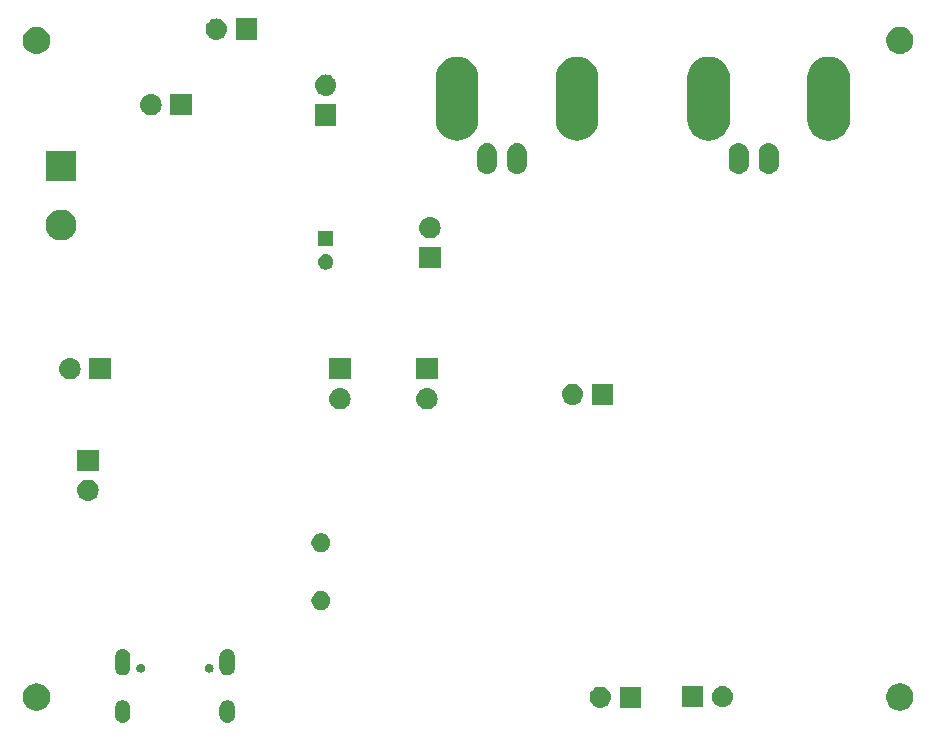
<source format=gbr>
G04 #@! TF.GenerationSoftware,KiCad,Pcbnew,(5.1.2)-1*
G04 #@! TF.CreationDate,2022-09-28T11:17:11-03:00*
G04 #@! TF.ProjectId,esp32,65737033-322e-46b6-9963-61645f706362,rev?*
G04 #@! TF.SameCoordinates,Original*
G04 #@! TF.FileFunction,Soldermask,Bot*
G04 #@! TF.FilePolarity,Negative*
%FSLAX46Y46*%
G04 Gerber Fmt 4.6, Leading zero omitted, Abs format (unit mm)*
G04 Created by KiCad (PCBNEW (5.1.2)-1) date 2022-09-28 11:17:11*
%MOMM*%
%LPD*%
G04 APERTURE LIST*
%ADD10C,0.100000*%
G04 APERTURE END LIST*
D10*
G36*
X98831617Y-139582720D02*
G01*
X98922403Y-139610260D01*
X98954335Y-139619946D01*
X99067424Y-139680394D01*
X99166554Y-139761747D01*
X99247906Y-139860875D01*
X99308354Y-139973964D01*
X99318040Y-140005896D01*
X99345580Y-140096682D01*
X99355000Y-140192327D01*
X99355000Y-140859673D01*
X99345580Y-140955318D01*
X99319604Y-141040949D01*
X99308354Y-141078036D01*
X99247906Y-141191125D01*
X99166554Y-141290254D01*
X99067425Y-141371606D01*
X98954336Y-141432054D01*
X98922404Y-141441740D01*
X98831618Y-141469280D01*
X98704000Y-141481849D01*
X98576383Y-141469280D01*
X98485597Y-141441740D01*
X98453665Y-141432054D01*
X98340576Y-141371606D01*
X98241447Y-141290254D01*
X98160096Y-141191127D01*
X98099645Y-141078033D01*
X98087237Y-141037127D01*
X98062420Y-140955318D01*
X98053000Y-140859673D01*
X98053000Y-140192328D01*
X98062420Y-140096683D01*
X98099645Y-139973969D01*
X98099646Y-139973965D01*
X98160094Y-139860876D01*
X98241447Y-139761746D01*
X98340575Y-139680394D01*
X98453664Y-139619946D01*
X98485596Y-139610260D01*
X98576382Y-139582720D01*
X98704000Y-139570151D01*
X98831617Y-139582720D01*
X98831617Y-139582720D01*
G37*
G36*
X107671617Y-139582720D02*
G01*
X107762403Y-139610260D01*
X107794335Y-139619946D01*
X107907424Y-139680394D01*
X108006554Y-139761747D01*
X108087906Y-139860875D01*
X108148354Y-139973964D01*
X108158040Y-140005896D01*
X108185580Y-140096682D01*
X108195000Y-140192327D01*
X108195000Y-140859673D01*
X108185580Y-140955318D01*
X108159604Y-141040949D01*
X108148354Y-141078036D01*
X108087906Y-141191125D01*
X108006554Y-141290254D01*
X107907425Y-141371606D01*
X107794336Y-141432054D01*
X107762404Y-141441740D01*
X107671618Y-141469280D01*
X107544000Y-141481849D01*
X107416383Y-141469280D01*
X107325597Y-141441740D01*
X107293665Y-141432054D01*
X107180576Y-141371606D01*
X107081447Y-141290254D01*
X107000096Y-141191127D01*
X106939645Y-141078033D01*
X106927237Y-141037127D01*
X106902420Y-140955318D01*
X106893000Y-140859673D01*
X106893000Y-140192328D01*
X106902420Y-140096683D01*
X106939645Y-139973969D01*
X106939646Y-139973965D01*
X107000094Y-139860876D01*
X107081447Y-139761746D01*
X107180575Y-139680394D01*
X107293664Y-139619946D01*
X107325596Y-139610260D01*
X107416382Y-139582720D01*
X107544000Y-139570151D01*
X107671617Y-139582720D01*
X107671617Y-139582720D01*
G37*
G36*
X91624549Y-138171116D02*
G01*
X91735734Y-138193232D01*
X91945203Y-138279997D01*
X92133720Y-138405960D01*
X92294040Y-138566280D01*
X92420003Y-138754797D01*
X92506768Y-138964266D01*
X92551000Y-139186636D01*
X92551000Y-139413364D01*
X92506768Y-139635734D01*
X92420003Y-139845203D01*
X92294040Y-140033720D01*
X92133720Y-140194040D01*
X91945203Y-140320003D01*
X91735734Y-140406768D01*
X91624549Y-140428884D01*
X91513365Y-140451000D01*
X91286635Y-140451000D01*
X91175451Y-140428884D01*
X91064266Y-140406768D01*
X90854797Y-140320003D01*
X90666280Y-140194040D01*
X90505960Y-140033720D01*
X90379997Y-139845203D01*
X90293232Y-139635734D01*
X90249000Y-139413364D01*
X90249000Y-139186636D01*
X90293232Y-138964266D01*
X90379997Y-138754797D01*
X90505960Y-138566280D01*
X90666280Y-138405960D01*
X90854797Y-138279997D01*
X91064266Y-138193232D01*
X91175451Y-138171116D01*
X91286635Y-138149000D01*
X91513365Y-138149000D01*
X91624549Y-138171116D01*
X91624549Y-138171116D01*
G37*
G36*
X164724549Y-138171116D02*
G01*
X164835734Y-138193232D01*
X165045203Y-138279997D01*
X165233720Y-138405960D01*
X165394040Y-138566280D01*
X165520003Y-138754797D01*
X165606768Y-138964266D01*
X165651000Y-139186636D01*
X165651000Y-139413364D01*
X165606768Y-139635734D01*
X165520003Y-139845203D01*
X165394040Y-140033720D01*
X165233720Y-140194040D01*
X165045203Y-140320003D01*
X164835734Y-140406768D01*
X164724549Y-140428884D01*
X164613365Y-140451000D01*
X164386635Y-140451000D01*
X164275451Y-140428884D01*
X164164266Y-140406768D01*
X163954797Y-140320003D01*
X163766280Y-140194040D01*
X163605960Y-140033720D01*
X163479997Y-139845203D01*
X163393232Y-139635734D01*
X163349000Y-139413364D01*
X163349000Y-139186636D01*
X163393232Y-138964266D01*
X163479997Y-138754797D01*
X163605960Y-138566280D01*
X163766280Y-138405960D01*
X163954797Y-138279997D01*
X164164266Y-138193232D01*
X164275451Y-138171116D01*
X164386635Y-138149000D01*
X164613365Y-138149000D01*
X164724549Y-138171116D01*
X164724549Y-138171116D01*
G37*
G36*
X142569500Y-140220000D02*
G01*
X140767500Y-140220000D01*
X140767500Y-138418000D01*
X142569500Y-138418000D01*
X142569500Y-140220000D01*
X142569500Y-140220000D01*
G37*
G36*
X139238942Y-138424518D02*
G01*
X139305127Y-138431037D01*
X139474966Y-138482557D01*
X139631491Y-138566222D01*
X139667229Y-138595552D01*
X139768686Y-138678814D01*
X139831044Y-138754799D01*
X139881278Y-138816009D01*
X139964943Y-138972534D01*
X140016463Y-139142373D01*
X140033859Y-139319000D01*
X140016463Y-139495627D01*
X139964943Y-139665466D01*
X139881278Y-139821991D01*
X139862230Y-139845201D01*
X139768686Y-139959186D01*
X139667229Y-140042448D01*
X139631491Y-140071778D01*
X139474966Y-140155443D01*
X139305127Y-140206963D01*
X139238942Y-140213482D01*
X139172760Y-140220000D01*
X139084240Y-140220000D01*
X139018058Y-140213482D01*
X138951873Y-140206963D01*
X138782034Y-140155443D01*
X138625509Y-140071778D01*
X138589771Y-140042448D01*
X138488314Y-139959186D01*
X138394770Y-139845201D01*
X138375722Y-139821991D01*
X138292057Y-139665466D01*
X138240537Y-139495627D01*
X138223141Y-139319000D01*
X138240537Y-139142373D01*
X138292057Y-138972534D01*
X138375722Y-138816009D01*
X138425956Y-138754799D01*
X138488314Y-138678814D01*
X138589771Y-138595552D01*
X138625509Y-138566222D01*
X138782034Y-138482557D01*
X138951873Y-138431037D01*
X139018058Y-138424518D01*
X139084240Y-138418000D01*
X139172760Y-138418000D01*
X139238942Y-138424518D01*
X139238942Y-138424518D01*
G37*
G36*
X147840000Y-140156500D02*
G01*
X146038000Y-140156500D01*
X146038000Y-138354500D01*
X147840000Y-138354500D01*
X147840000Y-140156500D01*
X147840000Y-140156500D01*
G37*
G36*
X149589443Y-138361019D02*
G01*
X149655627Y-138367537D01*
X149825466Y-138419057D01*
X149981991Y-138502722D01*
X150017729Y-138532052D01*
X150119186Y-138615314D01*
X150202448Y-138716771D01*
X150231778Y-138752509D01*
X150315443Y-138909034D01*
X150366963Y-139078873D01*
X150384359Y-139255500D01*
X150366963Y-139432127D01*
X150325094Y-139570151D01*
X150315442Y-139601968D01*
X150281501Y-139665466D01*
X150231778Y-139758491D01*
X150211227Y-139783532D01*
X150119186Y-139895686D01*
X150023801Y-139973965D01*
X149981991Y-140008278D01*
X149981989Y-140008279D01*
X149879001Y-140063328D01*
X149825466Y-140091943D01*
X149655627Y-140143463D01*
X149589443Y-140149981D01*
X149523260Y-140156500D01*
X149434740Y-140156500D01*
X149368557Y-140149981D01*
X149302373Y-140143463D01*
X149132534Y-140091943D01*
X149079000Y-140063328D01*
X148976011Y-140008279D01*
X148976009Y-140008278D01*
X148934199Y-139973965D01*
X148838814Y-139895686D01*
X148746773Y-139783532D01*
X148726222Y-139758491D01*
X148676499Y-139665466D01*
X148642558Y-139601968D01*
X148632906Y-139570151D01*
X148591037Y-139432127D01*
X148573641Y-139255500D01*
X148591037Y-139078873D01*
X148642557Y-138909034D01*
X148726222Y-138752509D01*
X148755552Y-138716771D01*
X148838814Y-138615314D01*
X148940271Y-138532052D01*
X148976009Y-138502722D01*
X149132534Y-138419057D01*
X149302373Y-138367537D01*
X149368557Y-138361019D01*
X149434740Y-138354500D01*
X149523260Y-138354500D01*
X149589443Y-138361019D01*
X149589443Y-138361019D01*
G37*
G36*
X107671617Y-135250320D02*
G01*
X107762403Y-135277860D01*
X107794335Y-135287546D01*
X107907424Y-135347994D01*
X108006554Y-135429347D01*
X108087906Y-135528475D01*
X108148354Y-135641564D01*
X108158040Y-135673496D01*
X108185580Y-135764282D01*
X108195000Y-135859927D01*
X108195000Y-136832073D01*
X108185580Y-136927718D01*
X108160332Y-137010949D01*
X108148354Y-137050436D01*
X108087906Y-137163525D01*
X108006554Y-137262654D01*
X107907425Y-137344006D01*
X107794336Y-137404454D01*
X107762404Y-137414140D01*
X107671618Y-137441680D01*
X107544000Y-137454249D01*
X107416383Y-137441680D01*
X107325597Y-137414140D01*
X107293665Y-137404454D01*
X107180576Y-137344006D01*
X107081447Y-137262654D01*
X107000095Y-137163525D01*
X106939647Y-137050436D01*
X106927669Y-137010949D01*
X106902421Y-136927718D01*
X106893000Y-136832073D01*
X106893000Y-135859928D01*
X106902420Y-135764283D01*
X106939645Y-135641569D01*
X106939646Y-135641565D01*
X107000094Y-135528476D01*
X107081447Y-135429346D01*
X107180575Y-135347994D01*
X107293664Y-135287546D01*
X107325596Y-135277860D01*
X107416382Y-135250320D01*
X107544000Y-135237751D01*
X107671617Y-135250320D01*
X107671617Y-135250320D01*
G37*
G36*
X98831617Y-135250320D02*
G01*
X98922403Y-135277860D01*
X98954335Y-135287546D01*
X99067424Y-135347994D01*
X99166554Y-135429347D01*
X99247906Y-135528475D01*
X99308354Y-135641564D01*
X99318040Y-135673496D01*
X99345580Y-135764282D01*
X99355000Y-135859927D01*
X99355000Y-136832073D01*
X99345580Y-136927718D01*
X99320332Y-137010949D01*
X99308354Y-137050436D01*
X99247906Y-137163525D01*
X99166554Y-137262654D01*
X99067425Y-137344006D01*
X98954336Y-137404454D01*
X98922404Y-137414140D01*
X98831618Y-137441680D01*
X98704000Y-137454249D01*
X98576383Y-137441680D01*
X98485597Y-137414140D01*
X98453665Y-137404454D01*
X98340576Y-137344006D01*
X98241447Y-137262654D01*
X98160095Y-137163525D01*
X98099647Y-137050436D01*
X98087669Y-137010949D01*
X98062421Y-136927718D01*
X98053000Y-136832073D01*
X98053000Y-135859928D01*
X98062420Y-135764283D01*
X98099645Y-135641569D01*
X98099646Y-135641565D01*
X98160094Y-135528476D01*
X98241447Y-135429346D01*
X98340575Y-135347994D01*
X98453664Y-135287546D01*
X98485596Y-135277860D01*
X98576382Y-135250320D01*
X98704000Y-135237751D01*
X98831617Y-135250320D01*
X98831617Y-135250320D01*
G37*
G36*
X106125188Y-136479149D02*
G01*
X106125190Y-136479150D01*
X106125191Y-136479150D01*
X106194565Y-136507885D01*
X106257000Y-136549603D01*
X106310096Y-136602699D01*
X106351814Y-136665134D01*
X106380549Y-136734508D01*
X106380550Y-136734511D01*
X106395199Y-136808154D01*
X106395199Y-136883246D01*
X106386353Y-136927718D01*
X106380549Y-136956892D01*
X106351814Y-137026266D01*
X106310096Y-137088701D01*
X106257000Y-137141797D01*
X106194565Y-137183515D01*
X106125191Y-137212250D01*
X106125190Y-137212250D01*
X106125188Y-137212251D01*
X106051545Y-137226900D01*
X105976453Y-137226900D01*
X105902810Y-137212251D01*
X105902808Y-137212250D01*
X105902807Y-137212250D01*
X105833433Y-137183515D01*
X105770998Y-137141797D01*
X105717902Y-137088701D01*
X105676184Y-137026266D01*
X105647449Y-136956892D01*
X105641646Y-136927718D01*
X105632799Y-136883246D01*
X105632799Y-136808154D01*
X105647448Y-136734511D01*
X105647449Y-136734508D01*
X105676184Y-136665134D01*
X105717902Y-136602699D01*
X105770998Y-136549603D01*
X105833433Y-136507885D01*
X105902807Y-136479150D01*
X105902808Y-136479150D01*
X105902810Y-136479149D01*
X105976453Y-136464500D01*
X106051545Y-136464500D01*
X106125188Y-136479149D01*
X106125188Y-136479149D01*
G37*
G36*
X100345190Y-136479149D02*
G01*
X100345192Y-136479150D01*
X100345193Y-136479150D01*
X100414567Y-136507885D01*
X100477002Y-136549603D01*
X100530098Y-136602699D01*
X100571816Y-136665134D01*
X100600551Y-136734508D01*
X100600552Y-136734511D01*
X100615201Y-136808154D01*
X100615201Y-136883246D01*
X100606355Y-136927718D01*
X100600551Y-136956892D01*
X100571816Y-137026266D01*
X100530098Y-137088701D01*
X100477002Y-137141797D01*
X100414567Y-137183515D01*
X100345193Y-137212250D01*
X100345192Y-137212250D01*
X100345190Y-137212251D01*
X100271547Y-137226900D01*
X100196455Y-137226900D01*
X100122812Y-137212251D01*
X100122810Y-137212250D01*
X100122809Y-137212250D01*
X100053435Y-137183515D01*
X99991000Y-137141797D01*
X99937904Y-137088701D01*
X99896186Y-137026266D01*
X99867451Y-136956892D01*
X99861648Y-136927718D01*
X99852801Y-136883246D01*
X99852801Y-136808154D01*
X99867450Y-136734511D01*
X99867451Y-136734508D01*
X99896186Y-136665134D01*
X99937904Y-136602699D01*
X99991000Y-136549603D01*
X100053435Y-136507885D01*
X100122809Y-136479150D01*
X100122810Y-136479150D01*
X100122812Y-136479149D01*
X100196455Y-136464500D01*
X100271547Y-136464500D01*
X100345190Y-136479149D01*
X100345190Y-136479149D01*
G37*
G36*
X115713642Y-130364781D02*
G01*
X115859414Y-130425162D01*
X115859416Y-130425163D01*
X115990608Y-130512822D01*
X116102178Y-130624392D01*
X116189837Y-130755584D01*
X116189838Y-130755586D01*
X116250219Y-130901358D01*
X116281000Y-131056107D01*
X116281000Y-131213893D01*
X116250219Y-131368642D01*
X116189838Y-131514414D01*
X116189837Y-131514416D01*
X116102178Y-131645608D01*
X115990608Y-131757178D01*
X115859416Y-131844837D01*
X115859415Y-131844838D01*
X115859414Y-131844838D01*
X115713642Y-131905219D01*
X115558893Y-131936000D01*
X115401107Y-131936000D01*
X115246358Y-131905219D01*
X115100586Y-131844838D01*
X115100585Y-131844838D01*
X115100584Y-131844837D01*
X114969392Y-131757178D01*
X114857822Y-131645608D01*
X114770163Y-131514416D01*
X114770162Y-131514414D01*
X114709781Y-131368642D01*
X114679000Y-131213893D01*
X114679000Y-131056107D01*
X114709781Y-130901358D01*
X114770162Y-130755586D01*
X114770163Y-130755584D01*
X114857822Y-130624392D01*
X114969392Y-130512822D01*
X115100584Y-130425163D01*
X115100586Y-130425162D01*
X115246358Y-130364781D01*
X115401107Y-130334000D01*
X115558893Y-130334000D01*
X115713642Y-130364781D01*
X115713642Y-130364781D01*
G37*
G36*
X115713642Y-125464781D02*
G01*
X115859414Y-125525162D01*
X115859416Y-125525163D01*
X115990608Y-125612822D01*
X116102178Y-125724392D01*
X116189837Y-125855584D01*
X116189838Y-125855586D01*
X116250219Y-126001358D01*
X116281000Y-126156107D01*
X116281000Y-126313893D01*
X116250219Y-126468642D01*
X116189838Y-126614414D01*
X116189837Y-126614416D01*
X116102178Y-126745608D01*
X115990608Y-126857178D01*
X115859416Y-126944837D01*
X115859415Y-126944838D01*
X115859414Y-126944838D01*
X115713642Y-127005219D01*
X115558893Y-127036000D01*
X115401107Y-127036000D01*
X115246358Y-127005219D01*
X115100586Y-126944838D01*
X115100585Y-126944838D01*
X115100584Y-126944837D01*
X114969392Y-126857178D01*
X114857822Y-126745608D01*
X114770163Y-126614416D01*
X114770162Y-126614414D01*
X114709781Y-126468642D01*
X114679000Y-126313893D01*
X114679000Y-126156107D01*
X114709781Y-126001358D01*
X114770162Y-125855586D01*
X114770163Y-125855584D01*
X114857822Y-125724392D01*
X114969392Y-125612822D01*
X115100584Y-125525163D01*
X115100586Y-125525162D01*
X115246358Y-125464781D01*
X115401107Y-125434000D01*
X115558893Y-125434000D01*
X115713642Y-125464781D01*
X115713642Y-125464781D01*
G37*
G36*
X95868442Y-120898518D02*
G01*
X95934627Y-120905037D01*
X96104466Y-120956557D01*
X96260991Y-121040222D01*
X96296729Y-121069552D01*
X96398186Y-121152814D01*
X96481448Y-121254271D01*
X96510778Y-121290009D01*
X96594443Y-121446534D01*
X96645963Y-121616373D01*
X96663359Y-121793000D01*
X96645963Y-121969627D01*
X96594443Y-122139466D01*
X96510778Y-122295991D01*
X96481448Y-122331729D01*
X96398186Y-122433186D01*
X96296729Y-122516448D01*
X96260991Y-122545778D01*
X96104466Y-122629443D01*
X95934627Y-122680963D01*
X95868443Y-122687481D01*
X95802260Y-122694000D01*
X95713740Y-122694000D01*
X95647557Y-122687481D01*
X95581373Y-122680963D01*
X95411534Y-122629443D01*
X95255009Y-122545778D01*
X95219271Y-122516448D01*
X95117814Y-122433186D01*
X95034552Y-122331729D01*
X95005222Y-122295991D01*
X94921557Y-122139466D01*
X94870037Y-121969627D01*
X94852641Y-121793000D01*
X94870037Y-121616373D01*
X94921557Y-121446534D01*
X95005222Y-121290009D01*
X95034552Y-121254271D01*
X95117814Y-121152814D01*
X95219271Y-121069552D01*
X95255009Y-121040222D01*
X95411534Y-120956557D01*
X95581373Y-120905037D01*
X95647558Y-120898518D01*
X95713740Y-120892000D01*
X95802260Y-120892000D01*
X95868442Y-120898518D01*
X95868442Y-120898518D01*
G37*
G36*
X96659000Y-120154000D02*
G01*
X94857000Y-120154000D01*
X94857000Y-118352000D01*
X96659000Y-118352000D01*
X96659000Y-120154000D01*
X96659000Y-120154000D01*
G37*
G36*
X117204442Y-113151518D02*
G01*
X117270627Y-113158037D01*
X117440466Y-113209557D01*
X117596991Y-113293222D01*
X117632729Y-113322552D01*
X117734186Y-113405814D01*
X117801939Y-113488373D01*
X117846778Y-113543009D01*
X117930443Y-113699534D01*
X117981963Y-113869373D01*
X117999359Y-114046000D01*
X117981963Y-114222627D01*
X117930443Y-114392466D01*
X117846778Y-114548991D01*
X117843518Y-114552963D01*
X117734186Y-114686186D01*
X117632729Y-114769448D01*
X117596991Y-114798778D01*
X117440466Y-114882443D01*
X117270627Y-114933963D01*
X117204442Y-114940482D01*
X117138260Y-114947000D01*
X117049740Y-114947000D01*
X116983558Y-114940482D01*
X116917373Y-114933963D01*
X116747534Y-114882443D01*
X116591009Y-114798778D01*
X116555271Y-114769448D01*
X116453814Y-114686186D01*
X116344482Y-114552963D01*
X116341222Y-114548991D01*
X116257557Y-114392466D01*
X116206037Y-114222627D01*
X116188641Y-114046000D01*
X116206037Y-113869373D01*
X116257557Y-113699534D01*
X116341222Y-113543009D01*
X116386061Y-113488373D01*
X116453814Y-113405814D01*
X116555271Y-113322552D01*
X116591009Y-113293222D01*
X116747534Y-113209557D01*
X116917373Y-113158037D01*
X116983558Y-113151518D01*
X117049740Y-113145000D01*
X117138260Y-113145000D01*
X117204442Y-113151518D01*
X117204442Y-113151518D01*
G37*
G36*
X124570442Y-113151518D02*
G01*
X124636627Y-113158037D01*
X124806466Y-113209557D01*
X124962991Y-113293222D01*
X124998729Y-113322552D01*
X125100186Y-113405814D01*
X125167939Y-113488373D01*
X125212778Y-113543009D01*
X125296443Y-113699534D01*
X125347963Y-113869373D01*
X125365359Y-114046000D01*
X125347963Y-114222627D01*
X125296443Y-114392466D01*
X125212778Y-114548991D01*
X125209518Y-114552963D01*
X125100186Y-114686186D01*
X124998729Y-114769448D01*
X124962991Y-114798778D01*
X124806466Y-114882443D01*
X124636627Y-114933963D01*
X124570442Y-114940482D01*
X124504260Y-114947000D01*
X124415740Y-114947000D01*
X124349558Y-114940482D01*
X124283373Y-114933963D01*
X124113534Y-114882443D01*
X123957009Y-114798778D01*
X123921271Y-114769448D01*
X123819814Y-114686186D01*
X123710482Y-114552963D01*
X123707222Y-114548991D01*
X123623557Y-114392466D01*
X123572037Y-114222627D01*
X123554641Y-114046000D01*
X123572037Y-113869373D01*
X123623557Y-113699534D01*
X123707222Y-113543009D01*
X123752061Y-113488373D01*
X123819814Y-113405814D01*
X123921271Y-113322552D01*
X123957009Y-113293222D01*
X124113534Y-113209557D01*
X124283373Y-113158037D01*
X124349558Y-113151518D01*
X124415740Y-113145000D01*
X124504260Y-113145000D01*
X124570442Y-113151518D01*
X124570442Y-113151518D01*
G37*
G36*
X136889442Y-112770518D02*
G01*
X136955627Y-112777037D01*
X137125466Y-112828557D01*
X137281991Y-112912222D01*
X137317729Y-112941552D01*
X137419186Y-113024814D01*
X137502448Y-113126271D01*
X137531778Y-113162009D01*
X137615443Y-113318534D01*
X137666963Y-113488373D01*
X137684359Y-113665000D01*
X137666963Y-113841627D01*
X137615443Y-114011466D01*
X137531778Y-114167991D01*
X137502448Y-114203729D01*
X137419186Y-114305186D01*
X137317729Y-114388448D01*
X137281991Y-114417778D01*
X137125466Y-114501443D01*
X136955627Y-114552963D01*
X136889442Y-114559482D01*
X136823260Y-114566000D01*
X136734740Y-114566000D01*
X136668558Y-114559482D01*
X136602373Y-114552963D01*
X136432534Y-114501443D01*
X136276009Y-114417778D01*
X136240271Y-114388448D01*
X136138814Y-114305186D01*
X136055552Y-114203729D01*
X136026222Y-114167991D01*
X135942557Y-114011466D01*
X135891037Y-113841627D01*
X135873641Y-113665000D01*
X135891037Y-113488373D01*
X135942557Y-113318534D01*
X136026222Y-113162009D01*
X136055552Y-113126271D01*
X136138814Y-113024814D01*
X136240271Y-112941552D01*
X136276009Y-112912222D01*
X136432534Y-112828557D01*
X136602373Y-112777037D01*
X136668558Y-112770518D01*
X136734740Y-112764000D01*
X136823260Y-112764000D01*
X136889442Y-112770518D01*
X136889442Y-112770518D01*
G37*
G36*
X140220000Y-114566000D02*
G01*
X138418000Y-114566000D01*
X138418000Y-112764000D01*
X140220000Y-112764000D01*
X140220000Y-114566000D01*
X140220000Y-114566000D01*
G37*
G36*
X125361000Y-112407000D02*
G01*
X123559000Y-112407000D01*
X123559000Y-110605000D01*
X125361000Y-110605000D01*
X125361000Y-112407000D01*
X125361000Y-112407000D01*
G37*
G36*
X97675000Y-112407000D02*
G01*
X95873000Y-112407000D01*
X95873000Y-110605000D01*
X97675000Y-110605000D01*
X97675000Y-112407000D01*
X97675000Y-112407000D01*
G37*
G36*
X117995000Y-112407000D02*
G01*
X116193000Y-112407000D01*
X116193000Y-110605000D01*
X117995000Y-110605000D01*
X117995000Y-112407000D01*
X117995000Y-112407000D01*
G37*
G36*
X94344443Y-110611519D02*
G01*
X94410627Y-110618037D01*
X94580466Y-110669557D01*
X94736991Y-110753222D01*
X94772729Y-110782552D01*
X94874186Y-110865814D01*
X94957448Y-110967271D01*
X94986778Y-111003009D01*
X95070443Y-111159534D01*
X95121963Y-111329373D01*
X95139359Y-111506000D01*
X95121963Y-111682627D01*
X95070443Y-111852466D01*
X94986778Y-112008991D01*
X94957448Y-112044729D01*
X94874186Y-112146186D01*
X94772729Y-112229448D01*
X94736991Y-112258778D01*
X94580466Y-112342443D01*
X94410627Y-112393963D01*
X94344443Y-112400481D01*
X94278260Y-112407000D01*
X94189740Y-112407000D01*
X94123557Y-112400481D01*
X94057373Y-112393963D01*
X93887534Y-112342443D01*
X93731009Y-112258778D01*
X93695271Y-112229448D01*
X93593814Y-112146186D01*
X93510552Y-112044729D01*
X93481222Y-112008991D01*
X93397557Y-111852466D01*
X93346037Y-111682627D01*
X93328641Y-111506000D01*
X93346037Y-111329373D01*
X93397557Y-111159534D01*
X93481222Y-111003009D01*
X93510552Y-110967271D01*
X93593814Y-110865814D01*
X93695271Y-110782552D01*
X93731009Y-110753222D01*
X93887534Y-110669557D01*
X94057373Y-110618037D01*
X94123557Y-110611519D01*
X94189740Y-110605000D01*
X94278260Y-110605000D01*
X94344443Y-110611519D01*
X94344443Y-110611519D01*
G37*
G36*
X116069890Y-101829017D02*
G01*
X116188364Y-101878091D01*
X116294988Y-101949335D01*
X116385665Y-102040012D01*
X116456909Y-102146636D01*
X116505983Y-102265110D01*
X116531000Y-102390882D01*
X116531000Y-102519118D01*
X116505983Y-102644890D01*
X116456909Y-102763364D01*
X116385665Y-102869988D01*
X116294988Y-102960665D01*
X116188364Y-103031909D01*
X116188363Y-103031910D01*
X116188362Y-103031910D01*
X116069890Y-103080983D01*
X115944119Y-103106000D01*
X115815881Y-103106000D01*
X115690110Y-103080983D01*
X115571638Y-103031910D01*
X115571637Y-103031910D01*
X115571636Y-103031909D01*
X115465012Y-102960665D01*
X115374335Y-102869988D01*
X115303091Y-102763364D01*
X115254017Y-102644890D01*
X115229000Y-102519118D01*
X115229000Y-102390882D01*
X115254017Y-102265110D01*
X115303091Y-102146636D01*
X115374335Y-102040012D01*
X115465012Y-101949335D01*
X115571636Y-101878091D01*
X115690110Y-101829017D01*
X115815881Y-101804000D01*
X115944119Y-101804000D01*
X116069890Y-101829017D01*
X116069890Y-101829017D01*
G37*
G36*
X125615000Y-103009000D02*
G01*
X123813000Y-103009000D01*
X123813000Y-101207000D01*
X125615000Y-101207000D01*
X125615000Y-103009000D01*
X125615000Y-103009000D01*
G37*
G36*
X116531000Y-101106000D02*
G01*
X115229000Y-101106000D01*
X115229000Y-99804000D01*
X116531000Y-99804000D01*
X116531000Y-101106000D01*
X116531000Y-101106000D01*
G37*
G36*
X93859487Y-98093996D02*
G01*
X94096253Y-98192068D01*
X94096255Y-98192069D01*
X94309339Y-98334447D01*
X94490553Y-98515661D01*
X94632932Y-98728747D01*
X94731004Y-98965513D01*
X94781000Y-99216861D01*
X94781000Y-99473139D01*
X94731004Y-99724487D01*
X94652312Y-99914466D01*
X94632931Y-99961255D01*
X94490553Y-100174339D01*
X94309339Y-100355553D01*
X94096255Y-100497931D01*
X94096254Y-100497932D01*
X94096253Y-100497932D01*
X93859487Y-100596004D01*
X93608139Y-100646000D01*
X93351861Y-100646000D01*
X93100513Y-100596004D01*
X92863747Y-100497932D01*
X92863746Y-100497932D01*
X92863745Y-100497931D01*
X92650661Y-100355553D01*
X92469447Y-100174339D01*
X92327069Y-99961255D01*
X92307688Y-99914466D01*
X92228996Y-99724487D01*
X92179000Y-99473139D01*
X92179000Y-99216861D01*
X92228996Y-98965513D01*
X92327068Y-98728747D01*
X92469447Y-98515661D01*
X92650661Y-98334447D01*
X92863745Y-98192069D01*
X92863747Y-98192068D01*
X93100513Y-98093996D01*
X93351861Y-98044000D01*
X93608139Y-98044000D01*
X93859487Y-98093996D01*
X93859487Y-98093996D01*
G37*
G36*
X124824442Y-98673518D02*
G01*
X124890627Y-98680037D01*
X125060466Y-98731557D01*
X125216991Y-98815222D01*
X125252729Y-98844552D01*
X125354186Y-98927814D01*
X125437448Y-99029271D01*
X125466778Y-99065009D01*
X125550443Y-99221534D01*
X125601963Y-99391373D01*
X125619359Y-99568000D01*
X125601963Y-99744627D01*
X125550443Y-99914466D01*
X125466778Y-100070991D01*
X125437448Y-100106729D01*
X125354186Y-100208186D01*
X125252729Y-100291448D01*
X125216991Y-100320778D01*
X125060466Y-100404443D01*
X124890627Y-100455963D01*
X124824442Y-100462482D01*
X124758260Y-100469000D01*
X124669740Y-100469000D01*
X124603557Y-100462481D01*
X124537373Y-100455963D01*
X124367534Y-100404443D01*
X124211009Y-100320778D01*
X124175271Y-100291448D01*
X124073814Y-100208186D01*
X123990552Y-100106729D01*
X123961222Y-100070991D01*
X123877557Y-99914466D01*
X123826037Y-99744627D01*
X123808641Y-99568000D01*
X123826037Y-99391373D01*
X123877557Y-99221534D01*
X123961222Y-99065009D01*
X123990552Y-99029271D01*
X124073814Y-98927814D01*
X124175271Y-98844552D01*
X124211009Y-98815222D01*
X124367534Y-98731557D01*
X124537373Y-98680037D01*
X124603558Y-98673518D01*
X124669740Y-98667000D01*
X124758260Y-98667000D01*
X124824442Y-98673518D01*
X124824442Y-98673518D01*
G37*
G36*
X94781000Y-95646000D02*
G01*
X92179000Y-95646000D01*
X92179000Y-93044000D01*
X94781000Y-93044000D01*
X94781000Y-95646000D01*
X94781000Y-95646000D01*
G37*
G36*
X129706822Y-92437313D02*
G01*
X129867241Y-92485976D01*
X130015077Y-92564995D01*
X130144659Y-92671341D01*
X130251004Y-92800922D01*
X130251005Y-92800924D01*
X130330024Y-92948758D01*
X130378687Y-93109177D01*
X130391000Y-93234196D01*
X130391000Y-94217803D01*
X130378687Y-94342823D01*
X130330024Y-94503242D01*
X130259114Y-94635906D01*
X130251004Y-94651078D01*
X130144659Y-94780659D01*
X130015078Y-94887004D01*
X130015076Y-94887005D01*
X129867242Y-94966024D01*
X129706823Y-95014687D01*
X129540000Y-95031117D01*
X129373178Y-95014687D01*
X129212759Y-94966024D01*
X129064925Y-94887005D01*
X129064923Y-94887004D01*
X128935342Y-94780659D01*
X128828997Y-94651078D01*
X128820887Y-94635906D01*
X128749977Y-94503242D01*
X128701314Y-94342823D01*
X128689000Y-94217803D01*
X128689000Y-93234197D01*
X128701313Y-93109178D01*
X128749976Y-92948759D01*
X128828995Y-92800923D01*
X128935341Y-92671341D01*
X129064922Y-92564996D01*
X129080094Y-92556886D01*
X129212758Y-92485976D01*
X129373177Y-92437313D01*
X129540000Y-92420883D01*
X129706822Y-92437313D01*
X129706822Y-92437313D01*
G37*
G36*
X132246822Y-92437313D02*
G01*
X132407241Y-92485976D01*
X132555077Y-92564995D01*
X132684659Y-92671341D01*
X132791004Y-92800922D01*
X132791005Y-92800924D01*
X132870024Y-92948758D01*
X132918687Y-93109177D01*
X132931000Y-93234196D01*
X132931000Y-94217803D01*
X132918687Y-94342823D01*
X132870024Y-94503242D01*
X132799114Y-94635906D01*
X132791004Y-94651078D01*
X132684659Y-94780659D01*
X132555078Y-94887004D01*
X132555076Y-94887005D01*
X132407242Y-94966024D01*
X132246823Y-95014687D01*
X132080000Y-95031117D01*
X131913178Y-95014687D01*
X131752759Y-94966024D01*
X131604925Y-94887005D01*
X131604923Y-94887004D01*
X131475342Y-94780659D01*
X131368997Y-94651078D01*
X131360887Y-94635906D01*
X131289977Y-94503242D01*
X131241314Y-94342823D01*
X131229000Y-94217803D01*
X131229000Y-93234197D01*
X131241313Y-93109178D01*
X131289976Y-92948759D01*
X131368995Y-92800923D01*
X131475341Y-92671341D01*
X131604922Y-92564996D01*
X131620094Y-92556886D01*
X131752758Y-92485976D01*
X131913177Y-92437313D01*
X132080000Y-92420883D01*
X132246822Y-92437313D01*
X132246822Y-92437313D01*
G37*
G36*
X151012822Y-92437313D02*
G01*
X151173241Y-92485976D01*
X151321077Y-92564995D01*
X151450659Y-92671341D01*
X151557004Y-92800922D01*
X151557005Y-92800924D01*
X151636024Y-92948758D01*
X151684687Y-93109177D01*
X151697000Y-93234196D01*
X151697000Y-94217803D01*
X151684687Y-94342823D01*
X151636024Y-94503242D01*
X151565114Y-94635906D01*
X151557004Y-94651078D01*
X151450659Y-94780659D01*
X151321078Y-94887004D01*
X151321076Y-94887005D01*
X151173242Y-94966024D01*
X151012823Y-95014687D01*
X150846000Y-95031117D01*
X150679178Y-95014687D01*
X150518759Y-94966024D01*
X150370925Y-94887005D01*
X150370923Y-94887004D01*
X150241342Y-94780659D01*
X150134997Y-94651078D01*
X150126887Y-94635906D01*
X150055977Y-94503242D01*
X150007314Y-94342823D01*
X149995000Y-94217803D01*
X149995000Y-93234197D01*
X150007313Y-93109178D01*
X150055976Y-92948759D01*
X150134995Y-92800923D01*
X150241341Y-92671341D01*
X150370922Y-92564996D01*
X150386094Y-92556886D01*
X150518758Y-92485976D01*
X150679177Y-92437313D01*
X150846000Y-92420883D01*
X151012822Y-92437313D01*
X151012822Y-92437313D01*
G37*
G36*
X153552822Y-92437313D02*
G01*
X153713241Y-92485976D01*
X153861077Y-92564995D01*
X153990659Y-92671341D01*
X154097004Y-92800922D01*
X154097005Y-92800924D01*
X154176024Y-92948758D01*
X154224687Y-93109177D01*
X154237000Y-93234196D01*
X154237000Y-94217803D01*
X154224687Y-94342823D01*
X154176024Y-94503242D01*
X154105114Y-94635906D01*
X154097004Y-94651078D01*
X153990659Y-94780659D01*
X153861078Y-94887004D01*
X153861076Y-94887005D01*
X153713242Y-94966024D01*
X153552823Y-95014687D01*
X153386000Y-95031117D01*
X153219178Y-95014687D01*
X153058759Y-94966024D01*
X152910925Y-94887005D01*
X152910923Y-94887004D01*
X152781342Y-94780659D01*
X152674997Y-94651078D01*
X152666887Y-94635906D01*
X152595977Y-94503242D01*
X152547314Y-94342823D01*
X152535000Y-94217803D01*
X152535000Y-93234197D01*
X152547313Y-93109178D01*
X152595976Y-92948759D01*
X152674995Y-92800923D01*
X152781341Y-92671341D01*
X152910922Y-92564996D01*
X152926094Y-92556886D01*
X153058758Y-92485976D01*
X153219177Y-92437313D01*
X153386000Y-92420883D01*
X153552822Y-92437313D01*
X153552822Y-92437313D01*
G37*
G36*
X127353057Y-85121059D02*
G01*
X127692547Y-85224042D01*
X127692549Y-85224043D01*
X128005423Y-85391277D01*
X128279661Y-85616339D01*
X128504722Y-85890577D01*
X128671958Y-86203452D01*
X128774941Y-86542942D01*
X128801000Y-86807525D01*
X128801000Y-90484475D01*
X128774941Y-90749058D01*
X128671958Y-91088548D01*
X128671957Y-91088550D01*
X128504723Y-91401422D01*
X128279661Y-91675661D01*
X128005422Y-91900723D01*
X127692550Y-92067957D01*
X127692548Y-92067958D01*
X127353058Y-92170941D01*
X127000000Y-92205714D01*
X126646943Y-92170941D01*
X126307453Y-92067958D01*
X126307451Y-92067957D01*
X125994579Y-91900723D01*
X125720340Y-91675661D01*
X125495278Y-91401422D01*
X125328044Y-91088550D01*
X125328043Y-91088548D01*
X125225060Y-90749058D01*
X125199001Y-90484475D01*
X125199000Y-86807526D01*
X125225059Y-86542943D01*
X125328042Y-86203453D01*
X125328044Y-86203450D01*
X125495277Y-85890577D01*
X125720339Y-85616339D01*
X125994578Y-85391277D01*
X126307450Y-85224043D01*
X126307452Y-85224042D01*
X126646942Y-85121059D01*
X127000000Y-85086286D01*
X127353057Y-85121059D01*
X127353057Y-85121059D01*
G37*
G36*
X158819057Y-85121059D02*
G01*
X159158547Y-85224042D01*
X159158549Y-85224043D01*
X159471423Y-85391277D01*
X159745661Y-85616339D01*
X159970722Y-85890577D01*
X160137958Y-86203452D01*
X160240941Y-86542942D01*
X160267000Y-86807525D01*
X160267000Y-90484475D01*
X160240941Y-90749058D01*
X160137958Y-91088548D01*
X160137957Y-91088550D01*
X159970723Y-91401422D01*
X159745661Y-91675661D01*
X159471422Y-91900723D01*
X159158550Y-92067957D01*
X159158548Y-92067958D01*
X158819058Y-92170941D01*
X158466000Y-92205714D01*
X158112943Y-92170941D01*
X157773453Y-92067958D01*
X157773451Y-92067957D01*
X157460579Y-91900723D01*
X157186340Y-91675661D01*
X156961278Y-91401422D01*
X156794044Y-91088550D01*
X156794043Y-91088548D01*
X156691060Y-90749058D01*
X156665001Y-90484475D01*
X156665000Y-86807526D01*
X156691059Y-86542943D01*
X156794042Y-86203453D01*
X156794044Y-86203450D01*
X156961277Y-85890577D01*
X157186339Y-85616339D01*
X157460578Y-85391277D01*
X157773450Y-85224043D01*
X157773452Y-85224042D01*
X158112942Y-85121059D01*
X158466000Y-85086286D01*
X158819057Y-85121059D01*
X158819057Y-85121059D01*
G37*
G36*
X148659057Y-85121059D02*
G01*
X148998547Y-85224042D01*
X148998549Y-85224043D01*
X149311423Y-85391277D01*
X149585661Y-85616339D01*
X149810722Y-85890577D01*
X149977958Y-86203452D01*
X150080941Y-86542942D01*
X150107000Y-86807525D01*
X150107000Y-90484475D01*
X150080941Y-90749058D01*
X149977958Y-91088548D01*
X149977957Y-91088550D01*
X149810723Y-91401422D01*
X149585661Y-91675661D01*
X149311422Y-91900723D01*
X148998550Y-92067957D01*
X148998548Y-92067958D01*
X148659058Y-92170941D01*
X148306000Y-92205714D01*
X147952943Y-92170941D01*
X147613453Y-92067958D01*
X147613451Y-92067957D01*
X147300579Y-91900723D01*
X147026340Y-91675661D01*
X146801278Y-91401422D01*
X146634044Y-91088550D01*
X146634043Y-91088548D01*
X146531060Y-90749058D01*
X146505001Y-90484475D01*
X146505000Y-86807526D01*
X146531059Y-86542943D01*
X146634042Y-86203453D01*
X146634044Y-86203450D01*
X146801277Y-85890577D01*
X147026339Y-85616339D01*
X147300578Y-85391277D01*
X147613450Y-85224043D01*
X147613452Y-85224042D01*
X147952942Y-85121059D01*
X148306000Y-85086286D01*
X148659057Y-85121059D01*
X148659057Y-85121059D01*
G37*
G36*
X137513057Y-85121059D02*
G01*
X137852547Y-85224042D01*
X137852549Y-85224043D01*
X138165423Y-85391277D01*
X138439661Y-85616339D01*
X138664722Y-85890577D01*
X138831958Y-86203452D01*
X138934941Y-86542942D01*
X138961000Y-86807525D01*
X138961000Y-90484475D01*
X138934941Y-90749058D01*
X138831958Y-91088548D01*
X138831957Y-91088550D01*
X138664723Y-91401422D01*
X138439661Y-91675661D01*
X138165422Y-91900723D01*
X137852550Y-92067957D01*
X137852548Y-92067958D01*
X137513058Y-92170941D01*
X137160000Y-92205714D01*
X136806943Y-92170941D01*
X136467453Y-92067958D01*
X136467451Y-92067957D01*
X136154579Y-91900723D01*
X135880340Y-91675661D01*
X135655278Y-91401422D01*
X135488044Y-91088550D01*
X135488043Y-91088548D01*
X135385060Y-90749058D01*
X135359001Y-90484475D01*
X135359000Y-86807526D01*
X135385059Y-86542943D01*
X135488042Y-86203453D01*
X135488044Y-86203450D01*
X135655277Y-85890577D01*
X135880339Y-85616339D01*
X136154578Y-85391277D01*
X136467450Y-85224043D01*
X136467452Y-85224042D01*
X136806942Y-85121059D01*
X137160000Y-85086286D01*
X137513057Y-85121059D01*
X137513057Y-85121059D01*
G37*
G36*
X116781000Y-90936000D02*
G01*
X114979000Y-90936000D01*
X114979000Y-89134000D01*
X116781000Y-89134000D01*
X116781000Y-90936000D01*
X116781000Y-90936000D01*
G37*
G36*
X104533000Y-90055000D02*
G01*
X102731000Y-90055000D01*
X102731000Y-88253000D01*
X104533000Y-88253000D01*
X104533000Y-90055000D01*
X104533000Y-90055000D01*
G37*
G36*
X101202443Y-88259519D02*
G01*
X101268627Y-88266037D01*
X101438466Y-88317557D01*
X101594991Y-88401222D01*
X101630729Y-88430552D01*
X101732186Y-88513814D01*
X101815448Y-88615271D01*
X101844778Y-88651009D01*
X101928443Y-88807534D01*
X101979963Y-88977373D01*
X101997359Y-89154000D01*
X101979963Y-89330627D01*
X101928443Y-89500466D01*
X101844778Y-89656991D01*
X101815448Y-89692729D01*
X101732186Y-89794186D01*
X101630729Y-89877448D01*
X101594991Y-89906778D01*
X101438466Y-89990443D01*
X101268627Y-90041963D01*
X101202443Y-90048481D01*
X101136260Y-90055000D01*
X101047740Y-90055000D01*
X100981557Y-90048481D01*
X100915373Y-90041963D01*
X100745534Y-89990443D01*
X100589009Y-89906778D01*
X100553271Y-89877448D01*
X100451814Y-89794186D01*
X100368552Y-89692729D01*
X100339222Y-89656991D01*
X100255557Y-89500466D01*
X100204037Y-89330627D01*
X100186641Y-89154000D01*
X100204037Y-88977373D01*
X100255557Y-88807534D01*
X100339222Y-88651009D01*
X100368552Y-88615271D01*
X100451814Y-88513814D01*
X100553271Y-88430552D01*
X100589009Y-88401222D01*
X100745534Y-88317557D01*
X100915373Y-88266037D01*
X100981557Y-88259519D01*
X101047740Y-88253000D01*
X101136260Y-88253000D01*
X101202443Y-88259519D01*
X101202443Y-88259519D01*
G37*
G36*
X115990442Y-86600518D02*
G01*
X116056627Y-86607037D01*
X116226466Y-86658557D01*
X116382991Y-86742222D01*
X116418729Y-86771552D01*
X116520186Y-86854814D01*
X116603448Y-86956271D01*
X116632778Y-86992009D01*
X116716443Y-87148534D01*
X116767963Y-87318373D01*
X116785359Y-87495000D01*
X116767963Y-87671627D01*
X116716443Y-87841466D01*
X116632778Y-87997991D01*
X116603448Y-88033729D01*
X116520186Y-88135186D01*
X116418729Y-88218448D01*
X116382991Y-88247778D01*
X116226466Y-88331443D01*
X116056627Y-88382963D01*
X115990442Y-88389482D01*
X115924260Y-88396000D01*
X115835740Y-88396000D01*
X115769558Y-88389482D01*
X115703373Y-88382963D01*
X115533534Y-88331443D01*
X115377009Y-88247778D01*
X115341271Y-88218448D01*
X115239814Y-88135186D01*
X115156552Y-88033729D01*
X115127222Y-87997991D01*
X115043557Y-87841466D01*
X114992037Y-87671627D01*
X114974641Y-87495000D01*
X114992037Y-87318373D01*
X115043557Y-87148534D01*
X115127222Y-86992009D01*
X115156552Y-86956271D01*
X115239814Y-86854814D01*
X115341271Y-86771552D01*
X115377009Y-86742222D01*
X115533534Y-86658557D01*
X115703373Y-86607037D01*
X115769558Y-86600518D01*
X115835740Y-86594000D01*
X115924260Y-86594000D01*
X115990442Y-86600518D01*
X115990442Y-86600518D01*
G37*
G36*
X91624549Y-82571116D02*
G01*
X91735734Y-82593232D01*
X91945203Y-82679997D01*
X92133720Y-82805960D01*
X92294040Y-82966280D01*
X92420003Y-83154797D01*
X92506768Y-83364266D01*
X92551000Y-83586636D01*
X92551000Y-83813364D01*
X92506768Y-84035734D01*
X92420003Y-84245203D01*
X92294040Y-84433720D01*
X92133720Y-84594040D01*
X91945203Y-84720003D01*
X91735734Y-84806768D01*
X91624549Y-84828884D01*
X91513365Y-84851000D01*
X91286635Y-84851000D01*
X91175451Y-84828884D01*
X91064266Y-84806768D01*
X90854797Y-84720003D01*
X90666280Y-84594040D01*
X90505960Y-84433720D01*
X90379997Y-84245203D01*
X90293232Y-84035734D01*
X90249000Y-83813364D01*
X90249000Y-83586636D01*
X90293232Y-83364266D01*
X90379997Y-83154797D01*
X90505960Y-82966280D01*
X90666280Y-82805960D01*
X90854797Y-82679997D01*
X91064266Y-82593232D01*
X91175451Y-82571116D01*
X91286635Y-82549000D01*
X91513365Y-82549000D01*
X91624549Y-82571116D01*
X91624549Y-82571116D01*
G37*
G36*
X164724549Y-82571116D02*
G01*
X164835734Y-82593232D01*
X165045203Y-82679997D01*
X165233720Y-82805960D01*
X165394040Y-82966280D01*
X165520003Y-83154797D01*
X165606768Y-83364266D01*
X165651000Y-83586636D01*
X165651000Y-83813364D01*
X165606768Y-84035734D01*
X165520003Y-84245203D01*
X165394040Y-84433720D01*
X165233720Y-84594040D01*
X165045203Y-84720003D01*
X164835734Y-84806768D01*
X164724549Y-84828884D01*
X164613365Y-84851000D01*
X164386635Y-84851000D01*
X164275451Y-84828884D01*
X164164266Y-84806768D01*
X163954797Y-84720003D01*
X163766280Y-84594040D01*
X163605960Y-84433720D01*
X163479997Y-84245203D01*
X163393232Y-84035734D01*
X163349000Y-83813364D01*
X163349000Y-83586636D01*
X163393232Y-83364266D01*
X163479997Y-83154797D01*
X163605960Y-82966280D01*
X163766280Y-82805960D01*
X163954797Y-82679997D01*
X164164266Y-82593232D01*
X164275451Y-82571116D01*
X164386635Y-82549000D01*
X164613365Y-82549000D01*
X164724549Y-82571116D01*
X164724549Y-82571116D01*
G37*
G36*
X106739642Y-81858718D02*
G01*
X106805827Y-81865237D01*
X106975666Y-81916757D01*
X107132191Y-82000422D01*
X107167929Y-82029752D01*
X107269386Y-82113014D01*
X107352648Y-82214471D01*
X107381978Y-82250209D01*
X107465643Y-82406734D01*
X107517163Y-82576573D01*
X107534559Y-82753200D01*
X107517163Y-82929827D01*
X107465643Y-83099666D01*
X107381978Y-83256191D01*
X107352648Y-83291929D01*
X107269386Y-83393386D01*
X107167929Y-83476648D01*
X107132191Y-83505978D01*
X106975666Y-83589643D01*
X106805827Y-83641163D01*
X106739643Y-83647681D01*
X106673460Y-83654200D01*
X106584940Y-83654200D01*
X106518757Y-83647681D01*
X106452573Y-83641163D01*
X106282734Y-83589643D01*
X106126209Y-83505978D01*
X106090471Y-83476648D01*
X105989014Y-83393386D01*
X105905752Y-83291929D01*
X105876422Y-83256191D01*
X105792757Y-83099666D01*
X105741237Y-82929827D01*
X105723841Y-82753200D01*
X105741237Y-82576573D01*
X105792757Y-82406734D01*
X105876422Y-82250209D01*
X105905752Y-82214471D01*
X105989014Y-82113014D01*
X106090471Y-82029752D01*
X106126209Y-82000422D01*
X106282734Y-81916757D01*
X106452573Y-81865237D01*
X106518758Y-81858718D01*
X106584940Y-81852200D01*
X106673460Y-81852200D01*
X106739642Y-81858718D01*
X106739642Y-81858718D01*
G37*
G36*
X110070200Y-83654200D02*
G01*
X108268200Y-83654200D01*
X108268200Y-81852200D01*
X110070200Y-81852200D01*
X110070200Y-83654200D01*
X110070200Y-83654200D01*
G37*
M02*

</source>
